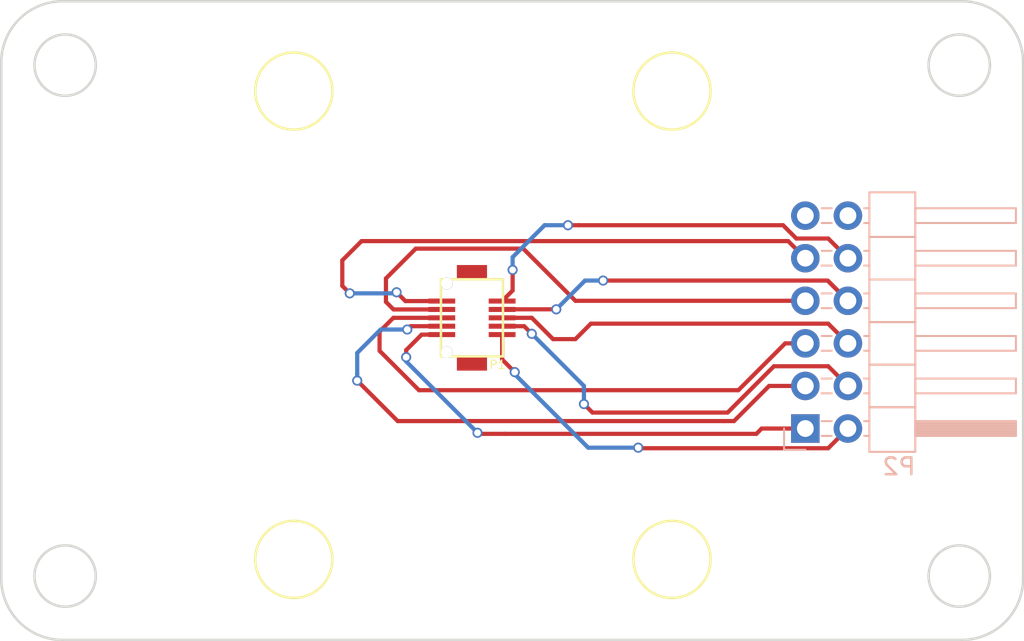
<source format=kicad_pcb>
(kicad_pcb (version 4) (host pcbnew 4.0.5)

  (general
    (links 10)
    (no_connects 0)
    (area 101.817099 81.116099 162.927101 119.366101)
    (thickness 1.6)
    (drawings 12)
    (tracks 101)
    (zones 0)
    (modules 6)
    (nets 13)
  )

  (page A4)
  (layers
    (0 F.Cu signal)
    (31 B.Cu signal)
    (32 B.Adhes user)
    (33 F.Adhes user)
    (34 B.Paste user)
    (35 F.Paste user)
    (36 B.SilkS user)
    (37 F.SilkS user)
    (38 B.Mask user)
    (39 F.Mask user)
    (40 Dwgs.User user)
    (41 Cmts.User user)
    (42 Eco1.User user)
    (43 Eco2.User user)
    (44 Edge.Cuts user)
    (45 Margin user)
    (46 B.CrtYd user)
    (47 F.CrtYd user)
    (48 B.Fab user)
    (49 F.Fab user)
  )

  (setup
    (last_trace_width 0.25)
    (trace_clearance 0.2)
    (zone_clearance 0.508)
    (zone_45_only no)
    (trace_min 0.2)
    (segment_width 0.2)
    (edge_width 0.15)
    (via_size 0.6)
    (via_drill 0.4)
    (via_min_size 0.4)
    (via_min_drill 0.3)
    (uvia_size 0.3)
    (uvia_drill 0.1)
    (uvias_allowed no)
    (uvia_min_size 0.2)
    (uvia_min_drill 0.1)
    (pcb_text_width 0.3)
    (pcb_text_size 1.5 1.5)
    (mod_edge_width 0.15)
    (mod_text_size 1 1)
    (mod_text_width 0.15)
    (pad_size 1.524 1.524)
    (pad_drill 0.762)
    (pad_to_mask_clearance 0.2)
    (aux_axis_origin 0 0)
    (visible_elements 7FFFFFFF)
    (pcbplotparams
      (layerselection 0x00030_80000001)
      (usegerberextensions false)
      (excludeedgelayer true)
      (linewidth 0.100000)
      (plotframeref false)
      (viasonmask false)
      (mode 1)
      (useauxorigin false)
      (hpglpennumber 1)
      (hpglpenspeed 20)
      (hpglpendiameter 15)
      (hpglpenoverlay 2)
      (psnegative false)
      (psa4output false)
      (plotreference true)
      (plotvalue true)
      (plotinvisibletext false)
      (padsonsilk false)
      (subtractmaskfromsilk false)
      (outputformat 1)
      (mirror false)
      (drillshape 1)
      (scaleselection 1)
      (outputdirectory ""))
  )

  (net 0 "")
  (net 1 /AC3)
  (net 2 /AC5)
  (net 3 /AC4)
  (net 4 /CS)
  (net 5 /DTR)
  (net 6 /TX/SCK)
  (net 7 /Vbus)
  (net 8 /GND)
  (net 9 /RX/SDO)
  (net 10 "Net-(P2-Pad11)")
  (net 11 "Net-(P2-Pad12)")
  (net 12 /SDI)

  (net_class Default "This is the default net class."
    (clearance 0.2)
    (trace_width 0.25)
    (via_dia 0.6)
    (via_drill 0.4)
    (uvia_dia 0.3)
    (uvia_drill 0.1)
    (add_net /AC3)
    (add_net /AC4)
    (add_net /AC5)
    (add_net /CS)
    (add_net /DTR)
    (add_net /GND)
    (add_net /RX/SDO)
    (add_net /SDI)
    (add_net /TX/SCK)
    (add_net /Vbus)
    (add_net "Net-(P2-Pad11)")
    (add_net "Net-(P2-Pad12)")
  )

  (module robosub_footprints:3mm-10pos-receptacle (layer F.Cu) (tedit 58BB4796) (tstamp 58BA1B4F)
    (at 129.9718 100.076 90)
    (path /58B8D17C)
    (attr smd)
    (fp_text reference P1 (at -2.794 1.524 180) (layer F.SilkS)
      (effects (font (size 0.5 0.5) (thickness 0.075)))
    )
    (fp_text value Mezzanine-Header (at 0.254 3.556 90) (layer F.Fab) hide
      (effects (font (size 1 1) (thickness 0.15)))
    )
    (fp_line (start 2.3 1.85) (end 2.3 -1.85) (layer F.SilkS) (width 0.15))
    (fp_line (start -2.3 -1.85) (end 2.3 -1.85) (layer F.SilkS) (width 0.15))
    (fp_line (start -2.3 1.85) (end 2.3 1.85) (layer F.SilkS) (width 0.15))
    (fp_line (start -2.3 1.85) (end -2.3 -1.85) (layer F.SilkS) (width 0.15))
    (pad "" thru_hole circle (at 2.05 -1.5 90) (size 0.7 0.7) (drill 0.7) (layers *.Cu *.Mask))
    (pad "" thru_hole circle (at -2.05 -1.5 90) (size 0.7 0.7) (drill 0.7) (layers *.Cu *.Mask))
    (pad 6 smd rect (at 0 1.8 90) (size 0.3 1.6) (layers F.Cu F.Paste F.Mask)
      (net 1 /AC3))
    (pad 10 smd rect (at 1 1.8 90) (size 0.3 1.6) (layers F.Cu F.Paste F.Mask)
      (net 2 /AC5))
    (pad 8 smd rect (at 0.5 1.8 90) (size 0.3 1.6) (layers F.Cu F.Paste F.Mask)
      (net 3 /AC4))
    (pad 2 smd rect (at -1 1.8 90) (size 0.3 1.6) (layers F.Cu F.Paste F.Mask)
      (net 4 /CS))
    (pad 4 smd rect (at -0.5 1.8 90) (size 0.3 1.6) (layers F.Cu F.Paste F.Mask)
      (net 5 /DTR))
    (pad 5 smd rect (at 0 -1.8 90) (size 0.3 1.6) (layers F.Cu F.Paste F.Mask)
      (net 9 /RX/SDO))
    (pad 3 smd rect (at -0.5 -1.8 90) (size 0.3 1.6) (layers F.Cu F.Paste F.Mask)
      (net 6 /TX/SCK))
    (pad 1 smd rect (at -1 -1.8 90) (size 0.3 1.6) (layers F.Cu F.Paste F.Mask)
      (net 7 /Vbus))
    (pad 9 smd rect (at 1 -1.8 90) (size 0.3 1.6) (layers F.Cu F.Paste F.Mask)
      (net 8 /GND))
    (pad 7 smd rect (at 0.5 -1.8 90) (size 0.3 1.6) (layers F.Cu F.Paste F.Mask)
      (net 12 /SDI))
    (pad "" smd rect (at 2.75 0 90) (size 0.8 1.8) (layers F.Cu F.Paste F.Mask))
    (pad "" smd rect (at -2.75 0 90) (size 0.8 1.8) (layers F.Cu F.Paste F.Mask))
    (model robosub.3dshapes/3mm-10pos-receptacle.wrl
      (at (xyz 0 0 0))
      (scale (xyz 0.4 0.4 0.4))
      (rotate (xyz -90 0 0))
    )
  )

  (module robosub_footprints:3mm-support (layer F.Cu) (tedit 58B1B9D1) (tstamp 58BA1B55)
    (at 119.3442 86.548204)
    (path /58B8D60F)
    (fp_text reference U1 (at 3.81 1.27) (layer F.SilkS) hide
      (effects (font (size 1 1) (thickness 0.15)))
    )
    (fp_text value 3mm-support (at 0 -0.5) (layer F.Fab)
      (effects (font (size 1 1) (thickness 0.15)))
    )
    (fp_circle (center 0 0) (end 2.3 0) (layer F.SilkS) (width 0.15))
    (pad "" np_thru_hole circle (at 0 0) (size 2.5 2.5) (drill 2.5) (layers *.Cu *.Mask))
    (model robosub.3dshapes/3mm-support.wrl
      (at (xyz 0 0 0.118))
      (scale (xyz 0.4 0.4 0.4))
      (rotate (xyz 90 0 0))
    )
  )

  (module robosub_footprints:3mm-support (layer F.Cu) (tedit 58B1B9D1) (tstamp 58BA1B5B)
    (at 141.9042 86.548204)
    (path /58B8D810)
    (fp_text reference U2 (at 3.81 1.27) (layer F.SilkS) hide
      (effects (font (size 1 1) (thickness 0.15)))
    )
    (fp_text value 3mm-support (at 0 -0.5) (layer F.Fab)
      (effects (font (size 1 1) (thickness 0.15)))
    )
    (fp_circle (center 0 0) (end 2.3 0) (layer F.SilkS) (width 0.15))
    (pad "" np_thru_hole circle (at 0 0) (size 2.5 2.5) (drill 2.5) (layers *.Cu *.Mask))
    (model robosub.3dshapes/3mm-support.wrl
      (at (xyz 0 0 0.118))
      (scale (xyz 0.4 0.4 0.4))
      (rotate (xyz 90 0 0))
    )
  )

  (module robosub_footprints:3mm-support (layer F.Cu) (tedit 58B1B9D1) (tstamp 58BA1B61)
    (at 119.3442 114.488204)
    (path /58B8D85C)
    (fp_text reference U3 (at 3.81 1.27) (layer F.SilkS) hide
      (effects (font (size 1 1) (thickness 0.15)))
    )
    (fp_text value 3mm-support (at 0 -0.5) (layer F.Fab)
      (effects (font (size 1 1) (thickness 0.15)))
    )
    (fp_circle (center 0 0) (end 2.3 0) (layer F.SilkS) (width 0.15))
    (pad "" np_thru_hole circle (at 0 0) (size 2.5 2.5) (drill 2.5) (layers *.Cu *.Mask))
    (model robosub.3dshapes/3mm-support.wrl
      (at (xyz 0 0 0.118))
      (scale (xyz 0.4 0.4 0.4))
      (rotate (xyz 90 0 0))
    )
  )

  (module robosub_footprints:3mm-support (layer F.Cu) (tedit 58B1B9D1) (tstamp 58BA1B67)
    (at 141.9042 114.488204)
    (path /58B8D916)
    (fp_text reference U4 (at 3.81 1.27) (layer F.SilkS) hide
      (effects (font (size 1 1) (thickness 0.15)))
    )
    (fp_text value 3mm-support (at 0 -0.5) (layer F.Fab)
      (effects (font (size 1 1) (thickness 0.15)))
    )
    (fp_circle (center 0 0) (end 2.3 0) (layer F.SilkS) (width 0.15))
    (pad "" np_thru_hole circle (at 0 0) (size 2.5 2.5) (drill 2.5) (layers *.Cu *.Mask))
    (model robosub.3dshapes/3mm-support.wrl
      (at (xyz 0 0 0.118))
      (scale (xyz 0.4 0.4 0.4))
      (rotate (xyz 90 0 0))
    )
  )

  (module Pin_Headers:Pin_Header_Angled_2x06_Pitch2.54mm (layer B.Cu) (tedit 58BB427C) (tstamp 58BB4117)
    (at 149.86 106.68)
    (descr "Through hole angled pin header, 2x06, 2.54mm pitch, 6mm pin length, double rows")
    (tags "Through hole angled pin header THT 2x06 2.54mm double row")
    (path /58B8D485)
    (fp_text reference P2 (at 5.585 2.27) (layer B.SilkS)
      (effects (font (size 1 1) (thickness 0.15)) (justify mirror))
    )
    (fp_text value CONN_02X06 (at 5.585 -14.97 90) (layer B.Fab)
      (effects (font (size 1 1) (thickness 0.15)) (justify mirror))
    )
    (fp_line (start 3.94 1.27) (end 3.94 -1.27) (layer B.Fab) (width 0.1))
    (fp_line (start 3.94 -1.27) (end 6.44 -1.27) (layer B.Fab) (width 0.1))
    (fp_line (start 6.44 -1.27) (end 6.44 1.27) (layer B.Fab) (width 0.1))
    (fp_line (start 6.44 1.27) (end 3.94 1.27) (layer B.Fab) (width 0.1))
    (fp_line (start 0 0.32) (end 0 -0.32) (layer B.Fab) (width 0.1))
    (fp_line (start 0 -0.32) (end 12.44 -0.32) (layer B.Fab) (width 0.1))
    (fp_line (start 12.44 -0.32) (end 12.44 0.32) (layer B.Fab) (width 0.1))
    (fp_line (start 12.44 0.32) (end 0 0.32) (layer B.Fab) (width 0.1))
    (fp_line (start 3.94 -1.27) (end 3.94 -3.81) (layer B.Fab) (width 0.1))
    (fp_line (start 3.94 -3.81) (end 6.44 -3.81) (layer B.Fab) (width 0.1))
    (fp_line (start 6.44 -3.81) (end 6.44 -1.27) (layer B.Fab) (width 0.1))
    (fp_line (start 6.44 -1.27) (end 3.94 -1.27) (layer B.Fab) (width 0.1))
    (fp_line (start 0 -2.22) (end 0 -2.86) (layer B.Fab) (width 0.1))
    (fp_line (start 0 -2.86) (end 12.44 -2.86) (layer B.Fab) (width 0.1))
    (fp_line (start 12.44 -2.86) (end 12.44 -2.22) (layer B.Fab) (width 0.1))
    (fp_line (start 12.44 -2.22) (end 0 -2.22) (layer B.Fab) (width 0.1))
    (fp_line (start 3.94 -3.81) (end 3.94 -6.35) (layer B.Fab) (width 0.1))
    (fp_line (start 3.94 -6.35) (end 6.44 -6.35) (layer B.Fab) (width 0.1))
    (fp_line (start 6.44 -6.35) (end 6.44 -3.81) (layer B.Fab) (width 0.1))
    (fp_line (start 6.44 -3.81) (end 3.94 -3.81) (layer B.Fab) (width 0.1))
    (fp_line (start 0 -4.76) (end 0 -5.4) (layer B.Fab) (width 0.1))
    (fp_line (start 0 -5.4) (end 12.44 -5.4) (layer B.Fab) (width 0.1))
    (fp_line (start 12.44 -5.4) (end 12.44 -4.76) (layer B.Fab) (width 0.1))
    (fp_line (start 12.44 -4.76) (end 0 -4.76) (layer B.Fab) (width 0.1))
    (fp_line (start 3.94 -6.35) (end 3.94 -8.89) (layer B.Fab) (width 0.1))
    (fp_line (start 3.94 -8.89) (end 6.44 -8.89) (layer B.Fab) (width 0.1))
    (fp_line (start 6.44 -8.89) (end 6.44 -6.35) (layer B.Fab) (width 0.1))
    (fp_line (start 6.44 -6.35) (end 3.94 -6.35) (layer B.Fab) (width 0.1))
    (fp_line (start 0 -7.3) (end 0 -7.94) (layer B.Fab) (width 0.1))
    (fp_line (start 0 -7.94) (end 12.44 -7.94) (layer B.Fab) (width 0.1))
    (fp_line (start 12.44 -7.94) (end 12.44 -7.3) (layer B.Fab) (width 0.1))
    (fp_line (start 12.44 -7.3) (end 0 -7.3) (layer B.Fab) (width 0.1))
    (fp_line (start 3.94 -8.89) (end 3.94 -11.43) (layer B.Fab) (width 0.1))
    (fp_line (start 3.94 -11.43) (end 6.44 -11.43) (layer B.Fab) (width 0.1))
    (fp_line (start 6.44 -11.43) (end 6.44 -8.89) (layer B.Fab) (width 0.1))
    (fp_line (start 6.44 -8.89) (end 3.94 -8.89) (layer B.Fab) (width 0.1))
    (fp_line (start 0 -9.84) (end 0 -10.48) (layer B.Fab) (width 0.1))
    (fp_line (start 0 -10.48) (end 12.44 -10.48) (layer B.Fab) (width 0.1))
    (fp_line (start 12.44 -10.48) (end 12.44 -9.84) (layer B.Fab) (width 0.1))
    (fp_line (start 12.44 -9.84) (end 0 -9.84) (layer B.Fab) (width 0.1))
    (fp_line (start 3.94 -11.43) (end 3.94 -13.97) (layer B.Fab) (width 0.1))
    (fp_line (start 3.94 -13.97) (end 6.44 -13.97) (layer B.Fab) (width 0.1))
    (fp_line (start 6.44 -13.97) (end 6.44 -11.43) (layer B.Fab) (width 0.1))
    (fp_line (start 6.44 -11.43) (end 3.94 -11.43) (layer B.Fab) (width 0.1))
    (fp_line (start 0 -12.38) (end 0 -13.02) (layer B.Fab) (width 0.1))
    (fp_line (start 0 -13.02) (end 12.44 -13.02) (layer B.Fab) (width 0.1))
    (fp_line (start 12.44 -13.02) (end 12.44 -12.38) (layer B.Fab) (width 0.1))
    (fp_line (start 12.44 -12.38) (end 0 -12.38) (layer B.Fab) (width 0.1))
    (fp_line (start 3.82 1.39) (end 3.82 -1.27) (layer B.SilkS) (width 0.12))
    (fp_line (start 3.82 -1.27) (end 6.56 -1.27) (layer B.SilkS) (width 0.12))
    (fp_line (start 6.56 -1.27) (end 6.56 1.39) (layer B.SilkS) (width 0.12))
    (fp_line (start 6.56 1.39) (end 3.82 1.39) (layer B.SilkS) (width 0.12))
    (fp_line (start 6.56 0.44) (end 6.56 -0.44) (layer B.SilkS) (width 0.12))
    (fp_line (start 6.56 -0.44) (end 12.56 -0.44) (layer B.SilkS) (width 0.12))
    (fp_line (start 12.56 -0.44) (end 12.56 0.44) (layer B.SilkS) (width 0.12))
    (fp_line (start 12.56 0.44) (end 6.56 0.44) (layer B.SilkS) (width 0.12))
    (fp_line (start 3.51 0.44) (end 3.82 0.44) (layer B.SilkS) (width 0.12))
    (fp_line (start 3.51 -0.44) (end 3.82 -0.44) (layer B.SilkS) (width 0.12))
    (fp_line (start 0.97 0.44) (end 1.57 0.44) (layer B.SilkS) (width 0.12))
    (fp_line (start 0.97 -0.44) (end 1.57 -0.44) (layer B.SilkS) (width 0.12))
    (fp_line (start 6.56 0.32) (end 12.56 0.32) (layer B.SilkS) (width 0.12))
    (fp_line (start 6.56 0.2) (end 12.56 0.2) (layer B.SilkS) (width 0.12))
    (fp_line (start 6.56 0.08) (end 12.56 0.08) (layer B.SilkS) (width 0.12))
    (fp_line (start 6.56 -0.04) (end 12.56 -0.04) (layer B.SilkS) (width 0.12))
    (fp_line (start 6.56 -0.16) (end 12.56 -0.16) (layer B.SilkS) (width 0.12))
    (fp_line (start 6.56 -0.28) (end 12.56 -0.28) (layer B.SilkS) (width 0.12))
    (fp_line (start 6.56 -0.4) (end 12.56 -0.4) (layer B.SilkS) (width 0.12))
    (fp_line (start 3.82 -1.27) (end 3.82 -3.81) (layer B.SilkS) (width 0.12))
    (fp_line (start 3.82 -3.81) (end 6.56 -3.81) (layer B.SilkS) (width 0.12))
    (fp_line (start 6.56 -3.81) (end 6.56 -1.27) (layer B.SilkS) (width 0.12))
    (fp_line (start 6.56 -1.27) (end 3.82 -1.27) (layer B.SilkS) (width 0.12))
    (fp_line (start 6.56 -2.1) (end 6.56 -2.98) (layer B.SilkS) (width 0.12))
    (fp_line (start 6.56 -2.98) (end 12.56 -2.98) (layer B.SilkS) (width 0.12))
    (fp_line (start 12.56 -2.98) (end 12.56 -2.1) (layer B.SilkS) (width 0.12))
    (fp_line (start 12.56 -2.1) (end 6.56 -2.1) (layer B.SilkS) (width 0.12))
    (fp_line (start 3.51 -2.1) (end 3.82 -2.1) (layer B.SilkS) (width 0.12))
    (fp_line (start 3.51 -2.98) (end 3.82 -2.98) (layer B.SilkS) (width 0.12))
    (fp_line (start 0.97 -2.1) (end 1.57 -2.1) (layer B.SilkS) (width 0.12))
    (fp_line (start 0.97 -2.98) (end 1.57 -2.98) (layer B.SilkS) (width 0.12))
    (fp_line (start 3.82 -3.81) (end 3.82 -6.35) (layer B.SilkS) (width 0.12))
    (fp_line (start 3.82 -6.35) (end 6.56 -6.35) (layer B.SilkS) (width 0.12))
    (fp_line (start 6.56 -6.35) (end 6.56 -3.81) (layer B.SilkS) (width 0.12))
    (fp_line (start 6.56 -3.81) (end 3.82 -3.81) (layer B.SilkS) (width 0.12))
    (fp_line (start 6.56 -4.64) (end 6.56 -5.52) (layer B.SilkS) (width 0.12))
    (fp_line (start 6.56 -5.52) (end 12.56 -5.52) (layer B.SilkS) (width 0.12))
    (fp_line (start 12.56 -5.52) (end 12.56 -4.64) (layer B.SilkS) (width 0.12))
    (fp_line (start 12.56 -4.64) (end 6.56 -4.64) (layer B.SilkS) (width 0.12))
    (fp_line (start 3.51 -4.64) (end 3.82 -4.64) (layer B.SilkS) (width 0.12))
    (fp_line (start 3.51 -5.52) (end 3.82 -5.52) (layer B.SilkS) (width 0.12))
    (fp_line (start 0.97 -4.64) (end 1.57 -4.64) (layer B.SilkS) (width 0.12))
    (fp_line (start 0.97 -5.52) (end 1.57 -5.52) (layer B.SilkS) (width 0.12))
    (fp_line (start 3.82 -6.35) (end 3.82 -8.89) (layer B.SilkS) (width 0.12))
    (fp_line (start 3.82 -8.89) (end 6.56 -8.89) (layer B.SilkS) (width 0.12))
    (fp_line (start 6.56 -8.89) (end 6.56 -6.35) (layer B.SilkS) (width 0.12))
    (fp_line (start 6.56 -6.35) (end 3.82 -6.35) (layer B.SilkS) (width 0.12))
    (fp_line (start 6.56 -7.18) (end 6.56 -8.06) (layer B.SilkS) (width 0.12))
    (fp_line (start 6.56 -8.06) (end 12.56 -8.06) (layer B.SilkS) (width 0.12))
    (fp_line (start 12.56 -8.06) (end 12.56 -7.18) (layer B.SilkS) (width 0.12))
    (fp_line (start 12.56 -7.18) (end 6.56 -7.18) (layer B.SilkS) (width 0.12))
    (fp_line (start 3.51 -7.18) (end 3.82 -7.18) (layer B.SilkS) (width 0.12))
    (fp_line (start 3.51 -8.06) (end 3.82 -8.06) (layer B.SilkS) (width 0.12))
    (fp_line (start 0.97 -7.18) (end 1.57 -7.18) (layer B.SilkS) (width 0.12))
    (fp_line (start 0.97 -8.06) (end 1.57 -8.06) (layer B.SilkS) (width 0.12))
    (fp_line (start 3.82 -8.89) (end 3.82 -11.43) (layer B.SilkS) (width 0.12))
    (fp_line (start 3.82 -11.43) (end 6.56 -11.43) (layer B.SilkS) (width 0.12))
    (fp_line (start 6.56 -11.43) (end 6.56 -8.89) (layer B.SilkS) (width 0.12))
    (fp_line (start 6.56 -8.89) (end 3.82 -8.89) (layer B.SilkS) (width 0.12))
    (fp_line (start 6.56 -9.72) (end 6.56 -10.6) (layer B.SilkS) (width 0.12))
    (fp_line (start 6.56 -10.6) (end 12.56 -10.6) (layer B.SilkS) (width 0.12))
    (fp_line (start 12.56 -10.6) (end 12.56 -9.72) (layer B.SilkS) (width 0.12))
    (fp_line (start 12.56 -9.72) (end 6.56 -9.72) (layer B.SilkS) (width 0.12))
    (fp_line (start 3.51 -9.72) (end 3.82 -9.72) (layer B.SilkS) (width 0.12))
    (fp_line (start 3.51 -10.6) (end 3.82 -10.6) (layer B.SilkS) (width 0.12))
    (fp_line (start 0.97 -9.72) (end 1.57 -9.72) (layer B.SilkS) (width 0.12))
    (fp_line (start 0.97 -10.6) (end 1.57 -10.6) (layer B.SilkS) (width 0.12))
    (fp_line (start 3.82 -11.43) (end 3.82 -14.09) (layer B.SilkS) (width 0.12))
    (fp_line (start 3.82 -14.09) (end 6.56 -14.09) (layer B.SilkS) (width 0.12))
    (fp_line (start 6.56 -14.09) (end 6.56 -11.43) (layer B.SilkS) (width 0.12))
    (fp_line (start 6.56 -11.43) (end 3.82 -11.43) (layer B.SilkS) (width 0.12))
    (fp_line (start 6.56 -12.26) (end 6.56 -13.14) (layer B.SilkS) (width 0.12))
    (fp_line (start 6.56 -13.14) (end 12.56 -13.14) (layer B.SilkS) (width 0.12))
    (fp_line (start 12.56 -13.14) (end 12.56 -12.26) (layer B.SilkS) (width 0.12))
    (fp_line (start 12.56 -12.26) (end 6.56 -12.26) (layer B.SilkS) (width 0.12))
    (fp_line (start 3.51 -12.26) (end 3.82 -12.26) (layer B.SilkS) (width 0.12))
    (fp_line (start 3.51 -13.14) (end 3.82 -13.14) (layer B.SilkS) (width 0.12))
    (fp_line (start 0.97 -12.26) (end 1.57 -12.26) (layer B.SilkS) (width 0.12))
    (fp_line (start 0.97 -13.14) (end 1.57 -13.14) (layer B.SilkS) (width 0.12))
    (fp_line (start -1.27 0) (end -1.27 1.27) (layer B.SilkS) (width 0.12))
    (fp_line (start -1.27 1.27) (end 0 1.27) (layer B.SilkS) (width 0.12))
    (fp_line (start -1.6 1.6) (end -1.6 -14.3) (layer B.CrtYd) (width 0.05))
    (fp_line (start -1.6 -14.3) (end 12.7 -14.3) (layer B.CrtYd) (width 0.05))
    (fp_line (start 12.7 -14.3) (end 12.7 1.6) (layer B.CrtYd) (width 0.05))
    (fp_line (start 12.7 1.6) (end -1.6 1.6) (layer B.CrtYd) (width 0.05))
    (pad 1 thru_hole rect (at 0 0) (size 1.7 1.7) (drill 1) (layers *.Cu *.Mask)
      (net 7 /Vbus))
    (pad 2 thru_hole oval (at 2.54 0) (size 1.7 1.7) (drill 1) (layers *.Cu *.Mask)
      (net 4 /CS))
    (pad 3 thru_hole oval (at 0 -2.54) (size 1.7 1.7) (drill 1) (layers *.Cu *.Mask)
      (net 6 /TX/SCK))
    (pad 4 thru_hole oval (at 2.54 -2.54) (size 1.7 1.7) (drill 1) (layers *.Cu *.Mask)
      (net 5 /DTR))
    (pad 5 thru_hole oval (at 0 -5.08) (size 1.7 1.7) (drill 1) (layers *.Cu *.Mask)
      (net 9 /RX/SDO))
    (pad 6 thru_hole oval (at 2.54 -5.08) (size 1.7 1.7) (drill 1) (layers *.Cu *.Mask)
      (net 1 /AC3))
    (pad 7 thru_hole oval (at 0 -7.62) (size 1.7 1.7) (drill 1) (layers *.Cu *.Mask)
      (net 12 /SDI))
    (pad 8 thru_hole oval (at 2.54 -7.62) (size 1.7 1.7) (drill 1) (layers *.Cu *.Mask)
      (net 3 /AC4))
    (pad 9 thru_hole oval (at 0 -10.16) (size 1.7 1.7) (drill 1) (layers *.Cu *.Mask)
      (net 8 /GND))
    (pad 10 thru_hole oval (at 2.54 -10.16) (size 1.7 1.7) (drill 1) (layers *.Cu *.Mask)
      (net 2 /AC5))
    (pad 11 thru_hole oval (at 0 -12.7) (size 1.7 1.7) (drill 1) (layers *.Cu *.Mask)
      (net 10 "Net-(P2-Pad11)"))
    (pad 12 thru_hole oval (at 2.54 -12.7) (size 1.7 1.7) (drill 1) (layers *.Cu *.Mask)
      (net 11 "Net-(P2-Pad12)"))
    (model Pin_Headers.3dshapes/Pin_Header_Angled_2x06_Pitch2.54mm.wrl
      (at (xyz 0.05 -0.25 0))
      (scale (xyz 1 1 1))
      (rotate (xyz 0 0 90))
    )
  )

  (gr_arc (start 105.5497 115.6335) (end 101.8921 115.6335) (angle -90) (layer Edge.Cuts) (width 0.15))
  (gr_arc (start 159.1945 115.6335) (end 159.1945 119.2911) (angle -89.9) (layer Edge.Cuts) (width 0.15))
  (gr_arc (start 159.1945 84.8487) (end 162.8521 84.8487) (angle -90) (layer Edge.Cuts) (width 0.15))
  (gr_arc (start 105.5497 84.8487) (end 105.5497 81.1911) (angle -90) (layer Edge.Cuts) (width 0.15))
  (gr_line (start 105.5497 119.2911) (end 159.1945 119.2911) (layer Edge.Cuts) (width 0.15))
  (gr_line (start 162.8521 115.6335) (end 162.8521 84.8487) (layer Edge.Cuts) (width 0.15))
  (gr_line (start 159.1945 81.1911) (end 105.5497 81.1911) (layer Edge.Cuts) (width 0.15))
  (gr_line (start 101.8921 84.8487) (end 101.8921 115.6335) (layer Edge.Cuts) (width 0.15))
  (gr_circle (center 105.7021 115.4811) (end 107.5309 115.4811) (layer Edge.Cuts) (width 0.15))
  (gr_circle (center 159.0421 115.4811) (end 160.8709 115.4811) (layer Edge.Cuts) (width 0.15))
  (gr_circle (center 105.7021 85.0011) (end 107.5309 85.0011) (layer Edge.Cuts) (width 0.15))
  (gr_circle (center 159.0421 85.0011) (end 160.8709 85.0011) (layer Edge.Cuts) (width 0.15))

  (segment (start 134.8105 101.346) (end 133.5405 100.076) (width 0.25) (layer F.Cu) (net 1))
  (segment (start 133.5405 100.076) (end 131.7718 100.076) (width 0.25) (layer F.Cu) (net 1))
  (segment (start 136.144 101.346) (end 134.8105 101.346) (width 0.25) (layer F.Cu) (net 1))
  (segment (start 137.065001 100.424999) (end 136.144 101.346) (width 0.25) (layer F.Cu) (net 1))
  (segment (start 152.4 101.6) (end 151.224999 100.424999) (width 0.25) (layer F.Cu) (net 1))
  (segment (start 151.224999 100.424999) (end 137.065001 100.424999) (width 0.25) (layer F.Cu) (net 1))
  (segment (start 132.3975 97.2185) (end 132.3975 98.4503) (width 0.25) (layer F.Cu) (net 2))
  (segment (start 132.3975 98.4503) (end 131.7718 99.076) (width 0.25) (layer F.Cu) (net 2))
  (segment (start 132.3975 96.4565) (end 132.3975 97.2185) (width 0.25) (layer B.Cu) (net 2))
  (via (at 132.3975 97.2185) (size 0.6) (drill 0.4) (layers F.Cu B.Cu) (net 2))
  (segment (start 134.3025 94.5515) (end 132.3975 96.4565) (width 0.25) (layer B.Cu) (net 2))
  (segment (start 135.6995 94.5515) (end 134.3025 94.5515) (width 0.25) (layer B.Cu) (net 2))
  (segment (start 136.3345 94.5515) (end 135.6995 94.5515) (width 0.25) (layer F.Cu) (net 2))
  (via (at 135.6995 94.5515) (size 0.6) (drill 0.4) (layers F.Cu B.Cu) (net 2))
  (segment (start 148.52791 94.5515) (end 136.3345 94.5515) (width 0.25) (layer F.Cu) (net 2))
  (segment (start 152.4 96.52) (end 151.224999 95.344999) (width 0.25) (layer F.Cu) (net 2))
  (segment (start 151.224999 95.344999) (end 149.321409 95.344999) (width 0.25) (layer F.Cu) (net 2))
  (segment (start 149.321409 95.344999) (end 148.52791 94.5515) (width 0.25) (layer F.Cu) (net 2))
  (segment (start 135.001 99.568) (end 131.7798 99.568) (width 0.25) (layer F.Cu) (net 3))
  (segment (start 131.7798 99.568) (end 131.7718 99.576) (width 0.25) (layer F.Cu) (net 3))
  (segment (start 137.795 97.8535) (end 136.7155 97.8535) (width 0.25) (layer B.Cu) (net 3))
  (segment (start 136.7155 97.8535) (end 135.001 99.568) (width 0.25) (layer B.Cu) (net 3))
  (via (at 135.001 99.568) (size 0.6) (drill 0.4) (layers F.Cu B.Cu) (net 3))
  (segment (start 152.4 99.06) (end 151.1935 97.8535) (width 0.25) (layer F.Cu) (net 3))
  (segment (start 151.1935 97.8535) (end 137.795 97.8535) (width 0.25) (layer F.Cu) (net 3))
  (via (at 137.795 97.8535) (size 0.6) (drill 0.4) (layers F.Cu B.Cu) (net 3))
  (segment (start 152.4 99.06) (end 151.224999 97.884999) (width 0.25) (layer F.Cu) (net 3))
  (segment (start 132.5245 103.3145) (end 131.7718 102.5618) (width 0.25) (layer F.Cu) (net 4))
  (segment (start 131.7718 102.5618) (end 131.7718 101.076) (width 0.25) (layer F.Cu) (net 4))
  (segment (start 139.8905 107.823) (end 136.906 107.823) (width 0.25) (layer B.Cu) (net 4))
  (segment (start 136.906 107.823) (end 132.5245 103.4415) (width 0.25) (layer B.Cu) (net 4))
  (segment (start 132.5245 103.4415) (end 132.5245 103.3145) (width 0.25) (layer B.Cu) (net 4))
  (via (at 132.5245 103.3145) (size 0.6) (drill 0.4) (layers F.Cu B.Cu) (net 4))
  (segment (start 152.4 106.68) (end 151.224999 107.855001) (width 0.25) (layer F.Cu) (net 4))
  (segment (start 151.224999 107.855001) (end 139.922501 107.855001) (width 0.25) (layer F.Cu) (net 4))
  (segment (start 139.922501 107.855001) (end 139.8905 107.823) (width 0.25) (layer F.Cu) (net 4))
  (via (at 139.8905 107.823) (size 0.6) (drill 0.4) (layers F.Cu B.Cu) (net 4))
  (segment (start 145.2245 105.7275) (end 137.16 105.7275) (width 0.25) (layer F.Cu) (net 5))
  (segment (start 137.16 105.7275) (end 136.652 105.2195) (width 0.25) (layer F.Cu) (net 5))
  (segment (start 152.4 104.14) (end 151.224999 102.964999) (width 0.25) (layer F.Cu) (net 5))
  (segment (start 151.224999 102.964999) (end 147.987001 102.964999) (width 0.25) (layer F.Cu) (net 5))
  (segment (start 147.987001 102.964999) (end 145.2245 105.7275) (width 0.25) (layer F.Cu) (net 5))
  (segment (start 133.5405 101.0285) (end 133.088 100.576) (width 0.25) (layer F.Cu) (net 5))
  (segment (start 133.088 100.576) (end 131.7718 100.576) (width 0.25) (layer F.Cu) (net 5))
  (segment (start 136.652 105.2195) (end 136.652 104.14) (width 0.25) (layer B.Cu) (net 5))
  (segment (start 136.652 104.14) (end 133.5405 101.0285) (width 0.25) (layer B.Cu) (net 5))
  (via (at 133.5405 101.0285) (size 0.6) (drill 0.4) (layers F.Cu B.Cu) (net 5))
  (via (at 136.652 105.2195) (size 0.6) (drill 0.4) (layers F.Cu B.Cu) (net 5))
  (segment (start 126.111 100.7745) (end 126.3095 100.576) (width 0.25) (layer F.Cu) (net 6))
  (segment (start 126.3095 100.576) (end 128.1718 100.576) (width 0.25) (layer F.Cu) (net 6))
  (segment (start 124.5235 100.7745) (end 126.111 100.7745) (width 0.25) (layer B.Cu) (net 6))
  (via (at 126.111 100.7745) (size 0.6) (drill 0.4) (layers F.Cu B.Cu) (net 6))
  (segment (start 123.1265 102.1715) (end 124.5235 100.7745) (width 0.25) (layer B.Cu) (net 6))
  (segment (start 123.1265 103.398236) (end 123.1265 102.1715) (width 0.25) (layer B.Cu) (net 6))
  (segment (start 123.1265 103.8225) (end 123.1265 103.398236) (width 0.25) (layer B.Cu) (net 6))
  (via (at 123.1265 103.8225) (size 0.6) (drill 0.4) (layers F.Cu B.Cu) (net 6))
  (segment (start 125.5395 106.2355) (end 123.1265 103.8225) (width 0.25) (layer F.Cu) (net 6))
  (segment (start 145.034 106.2355) (end 125.5395 106.2355) (width 0.25) (layer F.Cu) (net 6))
  (segment (start 145.6055 106.2355) (end 145.034 106.2355) (width 0.25) (layer F.Cu) (net 6))
  (segment (start 147.701 104.14) (end 145.6055 106.2355) (width 0.25) (layer F.Cu) (net 6))
  (segment (start 149.86 104.14) (end 147.701 104.14) (width 0.25) (layer F.Cu) (net 6))
  (segment (start 126.0475 102.4255) (end 126.0475 102.001236) (width 0.25) (layer F.Cu) (net 7))
  (segment (start 127.1218 101.076) (end 128.1718 101.076) (width 0.25) (layer F.Cu) (net 7))
  (segment (start 126.0475 102.001236) (end 126.972736 101.076) (width 0.25) (layer F.Cu) (net 7))
  (segment (start 126.972736 101.076) (end 127.1218 101.076) (width 0.25) (layer F.Cu) (net 7))
  (segment (start 130.302 106.934) (end 126.0475 102.6795) (width 0.25) (layer B.Cu) (net 7))
  (segment (start 126.0475 102.6795) (end 126.0475 102.4255) (width 0.25) (layer B.Cu) (net 7))
  (via (at 126.0475 102.4255) (size 0.6) (drill 0.4) (layers F.Cu B.Cu) (net 7))
  (segment (start 131.953 106.9975) (end 130.3655 106.9975) (width 0.25) (layer F.Cu) (net 7))
  (segment (start 130.3655 106.9975) (end 130.302 106.934) (width 0.25) (layer F.Cu) (net 7))
  (via (at 130.302 106.934) (size 0.6) (drill 0.4) (layers F.Cu B.Cu) (net 7))
  (segment (start 146.939 106.9975) (end 131.953 106.9975) (width 0.25) (layer F.Cu) (net 7))
  (segment (start 147.2565 106.68) (end 146.939 106.9975) (width 0.25) (layer F.Cu) (net 7))
  (segment (start 149.86 106.68) (end 147.2565 106.68) (width 0.25) (layer F.Cu) (net 7))
  (segment (start 127.397 101.076) (end 128.1718 101.076) (width 0.25) (layer F.Cu) (net 7) (tstamp 58BB4874))
  (segment (start 122.682 98.6155) (end 125.4125 98.6155) (width 0.25) (layer B.Cu) (net 8))
  (segment (start 125.4125 98.6155) (end 125.476 98.552) (width 0.25) (layer B.Cu) (net 8))
  (segment (start 122.2375 96.647) (end 122.2375 98.171) (width 0.25) (layer F.Cu) (net 8))
  (segment (start 122.2375 98.171) (end 122.682 98.6155) (width 0.25) (layer F.Cu) (net 8))
  (via (at 122.682 98.6155) (size 0.6) (drill 0.4) (layers F.Cu B.Cu) (net 8))
  (segment (start 123.38601 95.49849) (end 122.2375 96.647) (width 0.25) (layer F.Cu) (net 8))
  (segment (start 125.35451 95.49849) (end 123.38601 95.49849) (width 0.25) (layer F.Cu) (net 8))
  (segment (start 125.476 98.552) (end 126 99.076) (width 0.25) (layer F.Cu) (net 8))
  (segment (start 126 99.076) (end 128.1718 99.076) (width 0.25) (layer F.Cu) (net 8))
  (via (at 125.476 98.552) (size 0.6) (drill 0.4) (layers F.Cu B.Cu) (net 8))
  (segment (start 149.86 96.52) (end 148.83849 95.49849) (width 0.25) (layer F.Cu) (net 8))
  (segment (start 148.83849 95.49849) (end 125.35451 95.49849) (width 0.25) (layer F.Cu) (net 8))
  (segment (start 124.46 100.9015) (end 125.2855 100.076) (width 0.25) (layer F.Cu) (net 9))
  (segment (start 125.2855 100.076) (end 128.1718 100.076) (width 0.25) (layer F.Cu) (net 9))
  (segment (start 124.46 102.0445) (end 124.46 100.9015) (width 0.25) (layer F.Cu) (net 9))
  (segment (start 126.8095 104.394) (end 124.46 102.0445) (width 0.25) (layer F.Cu) (net 9))
  (segment (start 145.863919 104.394) (end 126.8095 104.394) (width 0.25) (layer F.Cu) (net 9))
  (segment (start 149.86 101.6) (end 148.657919 101.6) (width 0.25) (layer F.Cu) (net 9))
  (segment (start 148.657919 101.6) (end 145.863919 104.394) (width 0.25) (layer F.Cu) (net 9))
  (segment (start 124.841 99.1235) (end 125.2935 99.576) (width 0.25) (layer F.Cu) (net 12))
  (segment (start 125.2935 99.576) (end 128.1718 99.576) (width 0.25) (layer F.Cu) (net 12))
  (segment (start 124.841 97.7265) (end 124.841 99.1235) (width 0.25) (layer F.Cu) (net 12))
  (segment (start 126.619 95.9485) (end 124.841 97.7265) (width 0.25) (layer F.Cu) (net 12))
  (segment (start 133.0325 95.9485) (end 126.619 95.9485) (width 0.25) (layer F.Cu) (net 12))
  (segment (start 136.144 99.06) (end 133.0325 95.9485) (width 0.25) (layer F.Cu) (net 12))
  (segment (start 149.86 99.06) (end 136.144 99.06) (width 0.25) (layer F.Cu) (net 12))

)

</source>
